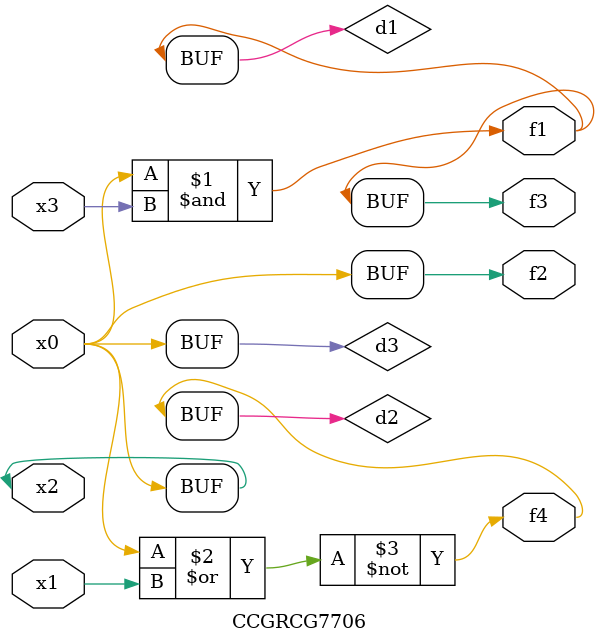
<source format=v>
module CCGRCG7706(
	input x0, x1, x2, x3,
	output f1, f2, f3, f4
);

	wire d1, d2, d3;

	and (d1, x2, x3);
	nor (d2, x0, x1);
	buf (d3, x0, x2);
	assign f1 = d1;
	assign f2 = d3;
	assign f3 = d1;
	assign f4 = d2;
endmodule

</source>
